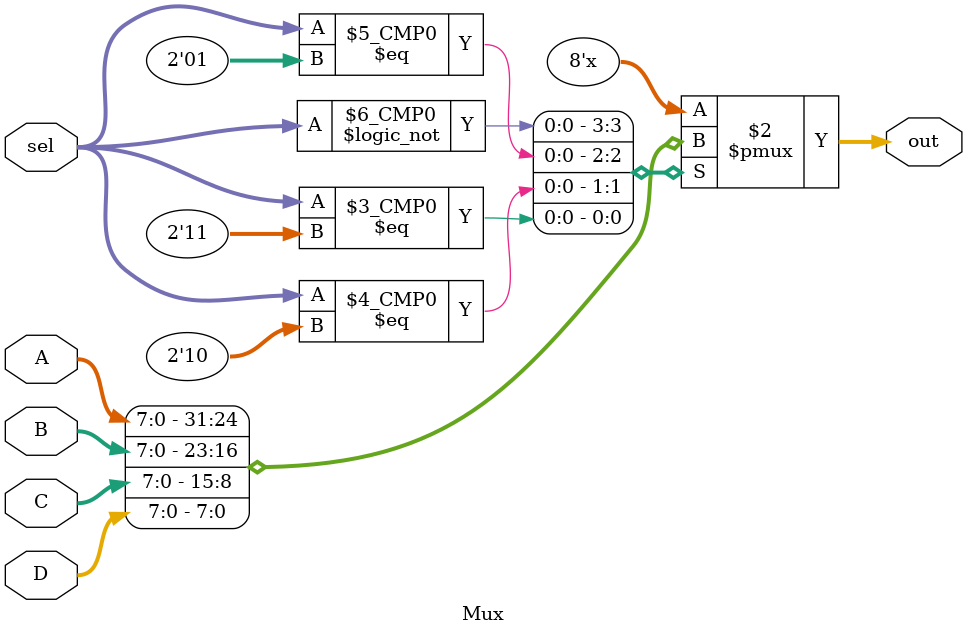
<source format=v>
`timescale 1ns / 1ps

module Mux(
    input   [7:0] A, B, C, D,
    input   [1:0] sel,
    output reg  [7:0] out
    );
     
    always @( A or B or C or D or sel)
    case(sel)
        2'b00: 
            out = A;
        2'b01: 
            out = B;
        2'b10: 
            out = C;
        2'b11: 
            out = D;
     endcase
endmodule
</source>
